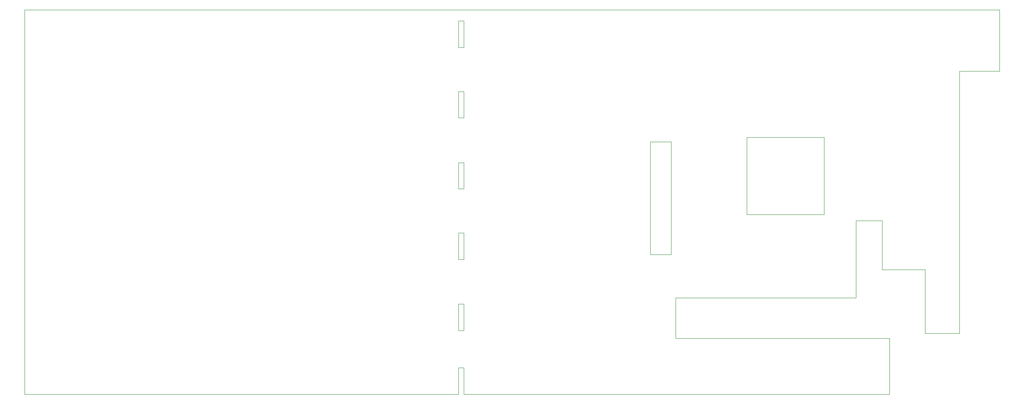
<source format=gm1>
G04 #@! TF.GenerationSoftware,KiCad,Pcbnew,7.0.7*
G04 #@! TF.CreationDate,2024-05-21T19:06:15+02:00*
G04 #@! TF.ProjectId,PCB_IOT_SysIntel,5043425f-494f-4545-9f53-7973496e7465,rev?*
G04 #@! TF.SameCoordinates,Original*
G04 #@! TF.FileFunction,Profile,NP*
%FSLAX46Y46*%
G04 Gerber Fmt 4.6, Leading zero omitted, Abs format (unit mm)*
G04 Created by KiCad (PCBNEW 7.0.7) date 2024-05-21 19:06:15*
%MOMM*%
%LPD*%
G01*
G04 APERTURE LIST*
G04 #@! TA.AperFunction,Profile*
%ADD10C,0.100000*%
G04 #@! TD*
G04 APERTURE END LIST*
D10*
X110109000Y-106426000D02*
X111252000Y-106426000D01*
X109601000Y-60198000D02*
X110236000Y-60198000D01*
X206756000Y-127254000D02*
X206756000Y-114046000D01*
X110109000Y-82550000D02*
X110109000Y-77089000D01*
X213868000Y-127254000D02*
X213868000Y-125603000D01*
X111252000Y-121158000D02*
X111252000Y-126619000D01*
X20320000Y-60198000D02*
X20320000Y-139827000D01*
X192405000Y-119888000D02*
X155067000Y-119888000D01*
X213868000Y-73660000D02*
X213868000Y-72898000D01*
X206756000Y-127254000D02*
X213868000Y-127254000D01*
X110109000Y-134366000D02*
X111252000Y-134366000D01*
X197866000Y-114046000D02*
X197866000Y-103886000D01*
X206756000Y-114046000D02*
X203454000Y-114046000D01*
X20320000Y-139827000D02*
X110109000Y-139827000D01*
X111252000Y-126619000D02*
X110109000Y-126619000D01*
X222123000Y-72898000D02*
X222123000Y-60198000D01*
X213868000Y-60198000D02*
X222123000Y-60198000D01*
X111252000Y-77089000D02*
X111252000Y-82550000D01*
X111252000Y-111887000D02*
X110109000Y-111887000D01*
X196723000Y-103886000D02*
X192405000Y-103886000D01*
X110109000Y-67945000D02*
X110109000Y-62484000D01*
X192405000Y-103886000D02*
X192405000Y-119888000D01*
X213868000Y-73660000D02*
X213868000Y-124841000D01*
X169799000Y-86614000D02*
X185801000Y-86614000D01*
X185801000Y-102616000D01*
X169799000Y-102616000D01*
X169799000Y-86614000D01*
X110109000Y-139827000D02*
X110109000Y-134366000D01*
X199390000Y-139827000D02*
X199390000Y-128270000D01*
X110109000Y-62484000D02*
X111252000Y-62484000D01*
X196723000Y-103886000D02*
X197866000Y-103886000D01*
X213868000Y-125603000D02*
X213868000Y-124841000D01*
X109601000Y-60198000D02*
X20320000Y-60198000D01*
X111252000Y-106426000D02*
X111252000Y-111887000D01*
X111252000Y-91821000D02*
X111252000Y-97282000D01*
X110109000Y-91821000D02*
X111252000Y-91821000D01*
X110109000Y-126619000D02*
X110109000Y-121158000D01*
X155067000Y-128270000D02*
X155067000Y-119888000D01*
X197866000Y-114046000D02*
X203454000Y-114046000D01*
X111252000Y-82550000D02*
X110109000Y-82550000D01*
X111252000Y-62484000D02*
X111252000Y-67945000D01*
X111252000Y-134366000D02*
X111252000Y-139827000D01*
X111252000Y-139827000D02*
X199390000Y-139827000D01*
X110109000Y-97282000D02*
X110109000Y-91821000D01*
X149860000Y-87503000D02*
X154178000Y-87503000D01*
X154178000Y-110871000D01*
X149860000Y-110871000D01*
X149860000Y-87503000D01*
X199390000Y-128270000D02*
X155067000Y-128270000D01*
X110109000Y-121158000D02*
X111252000Y-121158000D01*
X111252000Y-67945000D02*
X110109000Y-67945000D01*
X222123000Y-72898000D02*
X213868000Y-72898000D01*
X213868000Y-60198000D02*
X110236000Y-60198000D01*
X110109000Y-77089000D02*
X111252000Y-77089000D01*
X111252000Y-97282000D02*
X110109000Y-97282000D01*
X110109000Y-111887000D02*
X110109000Y-106426000D01*
M02*

</source>
